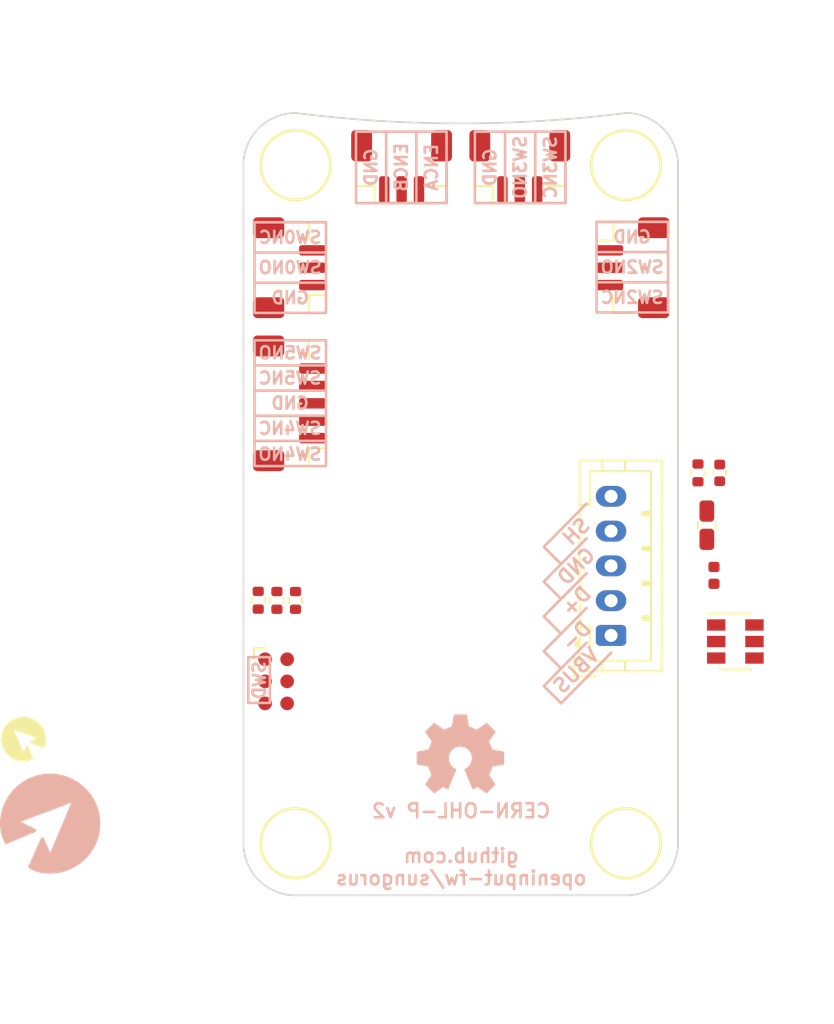
<source format=kicad_pcb>
(kicad_pcb (version 20211014) (generator pcbnew)
  (title_block (title "sungorus") (date "2021-11-25") (rev "r0.1") (company "openinput                                     https://github.com/openinput-fw/sungorus") (comment 2 "This source describes Open Hardware and is licensed under the CERN-OHL-Pv2") (comment 4 "Copyright (c) Rafael Silva"))
  (layers (0 "F.Cu" signal) (1 "In1.Cu" signal) (2 "In2.Cu" signal) (31 "B.Cu" signal) (34 "B.Paste" user) (35 "F.Paste" user) (36 "B.SilkS" user "B.Silkscreen") (37 "F.SilkS" user "F.Silkscreen") (38 "B.Mask" user) (39 "F.Mask" user) (44 "Edge.Cuts" user))
  (net 0 "")
  (net 1 "GND")
  (net 2 "+3V3")
  (net 3 "/USB_SH_")
  (net 4 "+5V")
  (net 5 "/VBUS_")
  (net 6 "/VBUS_F_")
  (net 7 "/_USB_D-")
  (net 8 "/_USB_D+")
  (net 9 "/NRST")
  (net 10 "/SWO")
  (net 11 "/SWCLK")
  (net 12 "/SWDIO")
  (net 13 "/M_SW_NO")
  (net 14 "/M_SW_NC")
  (net 15 "/ENC_A")
  (net 16 "/ENC_B")
  (net 17 "/S2_SW_NO")
  (net 18 "/S2_SW_NC")
  (net 19 "/S1_SW_NC")
  (net 20 "/S1_SW_NO")
  (net 21 "/L_SW_NC")
  (net 22 "/L_SW_NO")
  (net 23 "/R_SW_NC")
  (net 24 "/R_SW_NO")
  (net 25 "/USB_D-")
  (net 26 "/USB_D+")
  (footprint "Connector_JST:JST_SH_BM03B-SRSS-TB_1x03-1MP_P1.00mm_Vertical" (layer "F.Cu") (at 115.9 33.085)
    (fp_text reference "J7" hide)
    (fp_text value "MSW" hide)
    (fp_line (start -1.44 -2.01) (end 1.44 -2.01) (layer "F.SilkS") (width 0.12))
    (fp_line (start -2.61 1.11) (end -1.56 1.11) (layer "F.SilkS") (width 0.12))
    (fp_line (start -2.61 -0.04) (end -2.61 1.11) (layer "F.SilkS") (width 0.12))
    (fp_line (start -1.56 1.11) (end -1.56 2.1) (layer "F.SilkS") (width 0.12))
    (fp_line (start 2.61 -0.04) (end 2.61 1.11) (layer "F.SilkS") (width 0.12))
    (fp_line (start 2.61 1.11) (end 1.56 1.11) (layer "F.SilkS") (width 0.12))
    (pad "1" smd roundrect locked (at -1 1.325) (size 0.6 1.55) (layers "F.Cu" "F.Paste" "F.Mask") (net 1 "GND"))
    (pad "2" smd roundrect locked (at 0 1.325) (size 0.6 1.55) (layers "F.Cu" "F.Paste" "F.Mask") (net 13 "/M_SW_NO"))
    (pad "3" smd roundrect locked (at 1 1.325) (size 0.6 1.55) (layers "F.Cu" "F.Paste" "F.Mask") (net 14 "/M_SW_NC"))
    (pad "MP" smd roundrect locked (at -2.3 -1.2) (size 1.2 1.8) (layers "F.Cu" "F.Paste" "F.Mask") (roundrect_rratio 0.2083333333))
    (pad "MP" smd roundrect locked (at 2.3 -1.2) (size 1.2 1.8) (layers "F.Cu" "F.Paste" "F.Mask") (roundrect_rratio 0.2083333333))
  )
  (footprint "Connector_JST:JST_SH_BM03B-SRSS-TB_1x03-1MP_P1.00mm_Vertical" (layer "F.Cu") (at 102.65 38.9 90)
    (fp_text reference "J5" hide)
    (fp_text value "LSW" hide)
    (fp_line (start 2.61 -0.04) (end 2.61 1.11) (layer "F.SilkS") (width 0.12))
    (fp_line (start 2.61 1.11) (end 1.56 1.11) (layer "F.SilkS") (width 0.12))
    (fp_line (start -1.56 1.11) (end -1.56 2.1) (layer "F.SilkS") (width 0.12))
    (fp_line (start -2.61 -0.04) (end -2.61 1.11) (layer "F.SilkS") (width 0.12))
    (fp_line (start -1.44 -2.01) (end 1.44 -2.01) (layer "F.SilkS") (width 0.12))
    (fp_line (start -2.61 1.11) (end -1.56 1.11) (layer "F.SilkS") (width 0.12))
    (pad "1" smd roundrect locked (at -1 1.325 90) (size 0.6 1.55) (layers "F.Cu" "F.Paste" "F.Mask") (net 1 "GND"))
    (pad "2" smd roundrect locked (at 0 1.325 90) (size 0.6 1.55) (layers "F.Cu" "F.Paste" "F.Mask") (net 22 "/L_SW_NO"))
    (pad "3" smd roundrect locked (at 1 1.325 90) (size 0.6 1.55) (layers "F.Cu" "F.Paste" "F.Mask") (net 21 "/L_SW_NC"))
    (pad "MP" smd roundrect locked (at -2.3 -1.2 90) (size 1.2 1.8) (layers "F.Cu" "F.Paste" "F.Mask") (roundrect_rratio 0.2083333333))
    (pad "MP" smd roundrect locked (at 2.3 -1.2 90) (size 1.2 1.8) (layers "F.Cu" "F.Paste" "F.Mask") (roundrect_rratio 0.2083333333))
  )
  (footprint "Connector_JST:JST_SH_BM05B-SRSS-TB_1x05-1MP_P1.00mm_Vertical" (layer "F.Cu") (at 102.65 46.7 90)
    (fp_text reference "J4" hide)
    (fp_text value "Side" hide)
    (fp_line (start -3.61 -0.04) (end -3.61 1.11) (layer "F.SilkS") (width 0.12))
    (fp_line (start 3.61 1.11) (end 2.56 1.11) (layer "F.SilkS") (width 0.12))
    (fp_line (start -2.44 -2.01) (end 2.44 -2.01) (layer "F.SilkS") (width 0.12))
    (fp_line (start -3.61 1.11) (end -2.56 1.11) (layer "F.SilkS") (width 0.12))
    (fp_line (start -2.56 1.11) (end -2.56 2.1) (layer "F.SilkS") (width 0.12))
    (fp_line (start 3.61 -0.04) (end 3.61 1.11) (layer "F.SilkS") (width 0.12))
    (pad "1" smd roundrect locked (at -2 1.325 90) (size 0.6 1.55) (layers "F.Cu" "F.Paste" "F.Mask") (net 20 "/S1_SW_NO"))
    (pad "2" smd roundrect locked (at -1 1.325 90) (size 0.6 1.55) (layers "F.Cu" "F.Paste" "F.Mask") (net 19 "/S1_SW_NC"))
    (pad "3" smd roundrect locked (at 0 1.325 90) (size 0.6 1.55) (layers "F.Cu" "F.Paste" "F.Mask") (net 1 "GND"))
    (pad "4" smd roundrect locked (at 1 1.325 90) (size 0.6 1.55) (layers "F.Cu" "F.Paste" "F.Mask") (net 18 "/S2_SW_NC"))
    (pad "5" smd roundrect locked (at 2 1.325 90) (size 0.6 1.55) (layers "F.Cu" "F.Paste" "F.Mask") (net 17 "/S2_SW_NO"))
    (pad "MP" smd roundrect locked (at 3.3 -1.2 90) (size 1.2 1.8) (layers "F.Cu" "F.Paste" "F.Mask") (roundrect_rratio 0.2083333333))
    (pad "MP" smd roundrect locked (at -3.3 -1.2 90) (size 1.2 1.8) (layers "F.Cu" "F.Paste" "F.Mask") (roundrect_rratio 0.2083333333))
  )
  (footprint "Connector_JST:JST_PH_B5B-PH-K_1x05_P2.00mm_Vertical" (layer "F.Cu") (at 121.15 60.05 90)
    (fp_text reference "J1" hide)
    (fp_text value "USB" hide)
    (fp_line (start -0.3 -1.91) (end -0.6 -1.91) (layer "F.SilkS") (width 0.12))
    (fp_line (start -1.11 -2.11) (end -2.36 -2.11) (layer "F.SilkS") (width 0.12))
    (fp_line (start 7.1 1.8) (end 7.1 2.3) (layer "F.SilkS") (width 0.12))
    (fp_line (start -0.3 -2.01) (end -0.6 -2.01) (layer "F.SilkS") (width 0.12))
    (fp_line (start 3 2.3) (end 3 1.8) (layer "F.SilkS") (width 0.12))
    (fp_line (start 10.06 2.91) (end 10.06 -1.81) (layer "F.SilkS") (width 0.12))
    (fp_line (start 0.9 1.8) (end 1.1 1.8) (layer "F.SilkS") (width 0.12))
    (fp_line (start 10.06 -0.5) (end 9.45 -0.5) (layer "F.SilkS") (width 0.12))
    (fp_line (start 0.9 2.3) (end 0.9 1.8) (layer "F.SilkS") (width 0.12))
    (fp_line (start 7 2.3) (end 7 1.8) (layer "F.SilkS") (width 0.12))
    (fp_line (start 4.9 2.3) (end 4.9 1.8) (layer "F.SilkS") (width 0.12))
    (fp_line (start 6.9 2.3) (end 6.9 1.8) (layer "F.SilkS") (width 0.12))
    (fp_line (start -2.36 -2.11) (end -2.36 -0.86) (layer "F.SilkS") (width 0.12))
    (fp_line (start -1.45 -1.2) (end -1.45 2.3) (layer "F.SilkS") (width 0.12))
    (fp_line (start -2.06 0.8) (end -1.45 0.8) (layer "F.SilkS") (width 0.12))
    (fp_line (start 1.1 1.8) (end 1.1 2.3) (layer "F.SilkS") (width 0.12))
    (fp_line (start 0.5 -1.2) (end -1.45 -1.2) (layer "F.SilkS") (width 0.12))
    (fp_line (start 2.9 2.3) (end 2.9 1.8) (layer "F.SilkS") (width 0.12))
    (fp_line (start 4.9 1.8) (end 5.1 1.8) (layer "F.SilkS") (width 0.12))
    (fp_line (start 2.9 1.8) (end 3.1 1.8) (layer "F.SilkS") (width 0.12))
    (fp_line (start -0.6 -2.01) (end -0.6 -1.81) (layer "F.SilkS") (width 0.12))
    (fp_line (start 9.45 -1.2) (end 7.5 -1.2) (layer "F.SilkS") (width 0.12))
    (fp_line (start -0.3 -1.81) (end -0.3 -2.01) (layer "F.SilkS") (width 0.12))
    (fp_line (start -2.06 -1.81) (end -2.06 2.91) (layer "F.SilkS") (width 0.12))
    (fp_line (start -2.06 -0.5) (end -1.45 -0.5) (layer "F.SilkS") (width 0.12))
    (fp_line (start 3.1 1.8) (end 3.1 2.3) (layer "F.SilkS") (width 0.12))
    (fp_line (start 6.9 1.8) (end 7.1 1.8) (layer "F.SilkS") (width 0.12))
    (fp_line (start -1.45 2.3) (end 9.45 2.3) (layer "F.SilkS") (width 0.12))
    (fp_line (start 7.5 -1.2) (end 7.5 -1.81) (layer "F.SilkS") (width 0.12))
    (fp_line (start 10.06 0.8) (end 9.45 0.8) (layer "F.SilkS") (width 0.12))
    (fp_line (start 1 2.3) (end 1 1.8) (layer "F.SilkS") (width 0.12))
    (fp_line (start 5 2.3) (end 5 1.8) (layer "F.SilkS") (width 0.12))
    (fp_line (start 5.1 1.8) (end 5.1 2.3) (layer "F.SilkS") (width 0.12))
    (fp_line (start 0.5 -1.81) (end 0.5 -1.2) (layer "F.SilkS") (width 0.12))
    (fp_line (start -2.06 2.91) (end 10.06 2.91) (layer "F.SilkS") (width 0.12))
    (fp_line (start 10.06 -1.81) (end -2.06 -1.81) (layer "F.SilkS") (width 0.12))
    (fp_line (start 9.45 2.3) (end 9.45 -1.2) (layer "F.SilkS") (width 0.12))
    (pad "1" thru_hole roundrect locked (at 0 0 90) (size 1.2 1.75) (drill 0.75) (layers *.Cu *.Mask) (roundrect_rratio 0.2083333333) (net 5 "/VBUS_"))
    (pad "2" thru_hole oval locked (at 2 0 90) (size 1.2 1.75) (drill 0.75) (layers *.Cu *.Mask) (net 7 "/_USB_D-"))
    (pad "3" thru_hole oval locked (at 4 0 90) (size 1.2 1.75) (drill 0.75) (layers *.Cu *.Mask) (net 8 "/_USB_D+"))
    (pad "4" thru_hole oval locked (at 6 0 90) (size 1.2 1.75) (drill 0.75) (layers *.Cu *.Mask) (net 1 "GND"))
    (pad "5" thru_hole oval locked (at 8 0 90) (size 1.2 1.75) (drill 0.75) (layers *.Cu *.Mask) (net 3 "/USB_SH_"))
  )
  (footprint "Resistor_SMD:R_0402_1005Metric" (layer "F.Cu") (at 100.85 58.025 90)
    (fp_text reference "R7" hide)
    (fp_text value "100k" hide)
    (fp_line (start -0.153641 0.38) (end 0.153641 0.38) (layer "F.SilkS") (width 0.12))
    (fp_line (start -0.153641 -0.38) (end 0.153641 -0.38) (layer "F.SilkS") (width 0.12))
    (pad "1" smd roundrect locked (at -0.51 0 90) (size 0.54 0.64) (layers "F.Cu" "F.Paste" "F.Mask") (net 9 "/NRST"))
    (pad "2" smd roundrect locked (at 0.51 0 90) (size 0.54 0.64) (layers "F.Cu" "F.Paste" "F.Mask") (net 2 "+3V3"))
  )
  (footprint "mounting:MountingHole_1.6mm_M1.4" (layer "F.Cu") (at 122 72)
    (fp_text reference "REF**" hide)
    (fp_text value "MountingHole_1.6mm_M1.4" hide)
    (pad "" np_thru_hole circle locked (at 0 0) (size 1.6 1.6) (drill 1.6) (layers F&B.Cu *.Mask))
  )
  (footprint "Inductor_SMD:L_0402_1005Metric" (layer "F.Cu") (at 127.07 56.594999 -90)
    (fp_text reference "FB2" hide)
    (fp_text value "~" hide)
    (pad "1" smd roundrect locked (at -0.485 0 270) (size 0.59 0.64) (layers "F.Cu" "F.Paste" "F.Mask") (net 6 "/VBUS_F_"))
    (pad "2" smd roundrect locked (at 0.485 0 270) (size 0.59 0.64) (layers "F.Cu" "F.Paste" "F.Mask") (net 4 "+5V"))
  )
  (footprint "Connector_JST:JST_SH_BM03B-SRSS-TB_1x03-1MP_P1.00mm_Vertical" (layer "F.Cu") (at 109.1 33.085)
    (fp_text reference "J3" hide)
    (fp_text value "Enc" hide)
    (fp_line (start -1.44 -2.01) (end 1.44 -2.01) (layer "F.SilkS") (width 0.12))
    (fp_line (start -2.61 -0.04) (end -2.61 1.11) (layer "F.SilkS") (width 0.12))
    (fp_line (start -2.61 1.11) (end -1.56 1.11) (layer "F.SilkS") (width 0.12))
    (fp_line (start 2.61 1.11) (end 1.56 1.11) (layer "F.SilkS") (width 0.12))
    (fp_line (start 2.61 -0.04) (end 2.61 1.11) (layer "F.SilkS") (width 0.12))
    (fp_line (start -1.56 1.11) (end -1.56 2.1) (layer "F.SilkS") (width 0.12))
    (pad "1" smd roundrect locked (at -1 1.325) (size 0.6 1.55) (layers "F.Cu" "F.Paste" "F.Mask") (net 1 "GND"))
    (pad "2" smd roundrect locked (at 0 1.325) (size 0.6 1.55) (layers "F.Cu" "F.Paste" "F.Mask") (net 16 "/ENC_B"))
    (pad "3" smd roundrect locked (at 1 1.325) (size 0.6 1.55) (layers "F.Cu" "F.Paste" "F.Mask") (net 15 "/ENC_A"))
    (pad "MP" smd roundrect locked (at -2.3 -1.2) (size 1.2 1.8) (layers "F.Cu" "F.Paste" "F.Mask") (roundrect_rratio 0.2083333333))
    (pad "MP" smd roundrect locked (at 2.3 -1.2) (size 1.2 1.8) (layers "F.Cu" "F.Paste" "F.Mask") (roundrect_rratio 0.2083333333))
  )
  (footprint "Connector:Tag-Connect_TC2030-IDC-NL_2x03_P1.27mm_Vertical" (layer "F.Cu") (at 101.88 62.69 -90)
    (fp_text reference "J2" hide)
    (fp_text value "SWD" hide)
    (fp_line (start -1.27 1.27) (end -1.905 1.27) (layer "F.SilkS") (width 0.12))
    (fp_line (start -1.905 1.27) (end -1.905 0.635) (layer "F.SilkS") (width 0.12))
    (pad "" np_thru_hole circle locked (at 2.54 1.016 270) (size 0.9906 0.9906) (drill 0.9906) (layers *.Cu *.Mask))
    (pad "" np_thru_hole circle locked (at 2.54 -1.016 270) (size 0.9906 0.9906) (drill 0.9906) (layers *.Cu *.Mask))
    (pad "" np_thru_hole circle locked (at -2.54 0 270) (size 0.9906 0.9906) (drill 0.9906) (layers *.Cu *.Mask))
    (pad "1" connect circle locked (at -1.27 0.635 270) (size 0.7874 0.7874) (layers "F.Cu" "F.Mask") (net 2 "+3V3"))
    (pad "2" connect circle locked (at -1.27 -0.635 270) (size 0.7874 0.7874) (layers "F.Cu" "F.Mask") (net 12 "/SWDIO"))
    (pad "3" connect circle locked (at 0 0.635 270) (size 0.7874 0.7874) (layers "F.Cu" "F.Mask") (net 1 "GND"))
    (pad "4" connect circle locked (at 0 -0.635 270) (size 0.7874 0.7874) (layers "F.Cu" "F.Mask") (net 11 "/SWCLK"))
    (pad "5" connect circle locked (at 1.27 0.635 270) (size 0.7874 0.7874) (layers "F.Cu" "F.Mask") (net 9 "/NRST"))
    (pad "6" connect circle locked (at 1.27 -0.635 270) (size 0.7874 0.7874) (layers "F.Cu" "F.Mask") (net 10 "/SWO"))
  )
  (footprint "Resistor_SMD:R_0402_1005Metric" (layer "F.Cu") (at 101.925 58.035 90)
    (fp_text reference "R5" hide)
    (fp_text value "100k" hide)
    (fp_line (start -0.153641 0.38) (end 0.153641 0.38) (layer "F.SilkS") (width 0.12))
    (fp_line (start -0.153641 -0.38) (end 0.153641 -0.38) (layer "F.SilkS") (width 0.12))
    (pad "1" smd roundrect locked (at -0.51 0 90) (size 0.54 0.64) (layers "F.Cu" "F.Paste" "F.Mask") (net 12 "/SWDIO"))
    (pad "2" smd roundrect locked (at 0.51 0 90) (size 0.54 0.64) (layers "F.Cu" "F.Paste" "F.Mask") (net 2 "+3V3"))
  )
  (footprint "Package_TO_SOT_SMD:SOT-23-6" (layer "F.Cu") (at 128.3 60.4)
    (fp_text reference "U1" hide)
    (fp_text value "USBLC6-2SC6" hide)
    (fp_line (start 0.9 -1.61) (end -1.55 -1.61) (layer "F.SilkS") (width 0.12))
    (fp_line (start -0.9 1.61) (end 0.9 1.61) (layer "F.SilkS") (width 0.12))
    (pad "1" smd rect locked (at -1.1 -0.95) (size 1.06 0.65) (layers "F.Cu" "F.Paste" "F.Mask") (net 25 "/USB_D-"))
    (pad "2" smd rect locked (at -1.1 0) (size 1.06 0.65) (layers "F.Cu" "F.Paste" "F.Mask") (net 1 "GND"))
    (pad "3" smd rect locked (at -1.1 0.95) (size 1.06 0.65) (layers "F.Cu" "F.Paste" "F.Mask") (net 26 "/USB_D+"))
    (pad "4" smd rect locked (at 1.1 0.95) (size 1.06 0.65) (layers "F.Cu" "F.Paste" "F.Mask") (net 8 "/_USB_D+"))
    (pad "5" smd rect locked (at 1.1 0) (size 1.06 0.65) (layers "F.Cu" "F.Paste" "F.Mask") (net 5 "/VBUS_"))
    (pad "6" smd rect locked (at 1.1 -0.95) (size 1.06 0.65) (layers "F.Cu" "F.Paste" "F.Mask") (net 7 "/_USB_D-"))
  )
  (footprint "Fuse:Fuse_0603_1608Metric_Castellated" (layer "F.Cu") (at 126.66 53.709999 90)
    (fp_text reference "F1" hide)
    (fp_text value "500mA" hide)
    (fp_line (start -0.188335 -0.51) (end 0.188335 -0.51) (layer "F.SilkS") (width 0.12))
    (fp_line (start -0.188335 0.51) (end 0.188335 0.51) (layer "F.SilkS") (width 0.12))
    (pad "1" smd roundrect locked (at -0.8125 0 90) (size 1.225 0.85) (layers "F.Cu" "F.Paste" "F.Mask") (net 6 "/VBUS_F_"))
    (pad "2" smd roundrect locked (at 0.8125 0 90) (size 1.225 0.85) (layers "F.Cu" "F.Paste" "F.Mask") (net 5 "/VBUS_"))
  )
  (footprint "mounting:MountingHole_1.6mm_M1.4" (layer "F.Cu") (at 103 33)
    (fp_text reference "REF**" hide)
    (fp_text value "MountingHole_1.6mm_M1.4" hide)
    (pad "" np_thru_hole circle locked (at 0 0) (size 1.6 1.6) (drill 1.6) (layers F&B.Cu *.Mask))
  )
  (footprint "Connector_JST:JST_SH_BM03B-SRSS-TB_1x03-1MP_P1.00mm_Vertical" (layer "F.Cu") (at 122.4 38.9 -90)
    (fp_text reference "J6" hide)
    (fp_text value "RSW" hide)
    (fp_line (start -1.44 -2.01) (end 1.44 -2.01) (layer "F.SilkS") (width 0.12))
    (fp_line (start -2.61 1.11) (end -1.56 1.11) (layer "F.SilkS") (width 0.12))
    (fp_line (start 2.61 1.11) (end 1.56 1.11) (layer "F.SilkS") (width 0.12))
    (fp_line (start -1.56 1.11) (end -1.56 2.1) (layer "F.SilkS") (width 0.12))
    (fp_line (start 2.61 -0.04) (end 2.61 1.11) (layer "F.SilkS") (width 0.12))
    (fp_line (start -2.61 -0.04) (end -2.61 1.11) (layer "F.SilkS") (width 0.12))
    (pad "1" smd roundrect locked (at -1 1.325 270) (size 0.6 1.55) (layers "F.Cu" "F.Paste" "F.Mask") (net 1 "GND"))
    (pad "2" smd roundrect locked (at 0 1.325 270) (size 0.6 1.55) (layers "F.Cu" "F.Paste" "F.Mask") (net 24 "/R_SW_NO"))
    (pad "3" smd roundrect locked (at 1 1.325 270) (size 0.6 1.55) (layers "F.Cu" "F.Paste" "F.Mask") (net 23 "/R_SW_NC"))
    (pad "MP" smd roundrect locked (at 2.3 -1.2 270) (size 1.2 1.8) (layers "F.Cu" "F.Paste" "F.Mask") (roundrect_rratio 0.2083333333))
    (pad "MP" smd roundrect locked (at -2.3 -1.2 270) (size 1.2 1.8) (layers "F.Cu" "F.Paste" "F.Mask") (roundrect_rratio 0.2083333333))
  )
  (footprint "Resistor_SMD:R_0402_1005Metric" (layer "F.Cu") (at 126.150001 50.699999 -90)
    (fp_text reference "R1" hide)
    (fp_text value "100k" hide)
    (fp_line (start -0.153641 -0.38) (end 0.153641 -0.38) (layer "F.SilkS") (width 0.12))
    (fp_line (start -0.153641 0.38) (end 0.153641 0.38) (layer "F.SilkS") (width 0.12))
    (pad "1" smd roundrect locked (at -0.51 0 270) (size 0.54 0.64) (layers "F.Cu" "F.Paste" "F.Mask") (net 3 "/USB_SH_"))
    (pad "2" smd roundrect locked (at 0.51 0 270) (size 0.54 0.64) (layers "F.Cu" "F.Paste" "F.Mask") (net 1 "GND"))
  )
  (footprint "Resistor_SMD:R_0402_1005Metric" (layer "F.Cu") (at 102.995 58.035 90)
    (fp_text reference "R6" hide)
    (fp_text value "100k" hide)
    (fp_line (start -0.153641 -0.38) (end 0.153641 -0.38) (layer "F.SilkS") (width 0.12))
    (fp_line (start -0.153641 0.38) (end 0.153641 0.38) (layer "F.SilkS") (width 0.12))
    (pad "1" smd roundrect locked (at -0.51 0 90) (size 0.54 0.64) (layers "F.Cu" "F.Paste" "F.Mask") (net 11 "/SWCLK"))
    (pad "2" smd roundrect locked (at 0.51 0 90) (size 0.54 0.64) (layers "F.Cu" "F.Paste" "F.Mask") (net 2 "+3V3"))
  )
  (footprint "mounting:MountingHole_1.6mm_M1.4" (layer "F.Cu") (at 122 33)
    (fp_text reference "REF**" hide)
    (fp_text value "MountingHole_1.6mm_M1.4" hide)
    (pad "" np_thru_hole circle locked (at 0 0) (size 1.6 1.6) (drill 1.6) (layers F&B.Cu *.Mask))
  )
  (footprint "Capacitor_SMD:C_0402_1005Metric" (layer "F.Cu") (at 127.4 50.7 -90)
    (fp_text reference "C10" hide)
    (fp_text value "100nF" hide)
    (fp_line (start -0.107836 0.36) (end 0.107836 0.36) (layer "F.SilkS") (width 0.12))
    (fp_line (start -0.107836 -0.36) (end 0.107836 -0.36) (layer "F.SilkS") (width 0.12))
    (pad "1" smd roundrect locked (at -0.48 0 270) (size 0.56 0.62) (layers "F.Cu" "F.Paste" "F.Mask") (net 3 "/USB_SH_"))
    (pad "2" smd roundrect locked (at 0.48 0 270) (size 0.56 0.62) (layers "F.Cu" "F.Paste" "F.Mask") (net 1 "GND"))
  )
  (footprint "mounting:MountingHole_1.6mm_M1.4" (layer "F.Cu") (at 103 72)
    (fp_text reference "REF**" hide)
    (fp_text value "MountingHole_1.6mm_M1.4" hide)
    (pad "" np_thru_hole circle locked (at 0 0) (size 1.6 1.6) (drill 1.6) (layers F&B.Cu *.Mask))
  )
  (gr_line locked (start 117.27859 62.956765) (end 119.743108 60.466459) (layer "B.SilkS") (width 0.15))
  (gr_poly locked (pts (xy 118.525 35.185) (xy 118.525 31.075) (xy 113.314999 31.075) (xy 113.315 35.185)) (layer "B.SilkS") (width 0.15) (fill none))
  (gr_line locked (start 104.75 36.2886) (end 100.64 36.2886) (layer "B.SilkS") (width 0.15))
  (gr_line locked (start 117.27859 56.956765) (end 118.275 57.95) (layer "B.SilkS") (width 0.15))
  (gr_line locked (start 116.788333 35.185) (end 116.788333 31.075) (layer "B.SilkS") (width 0.15))
  (gr_poly locked (pts (xy 124.425 36.265) (xy 120.315 36.265) (xy 120.315 41.475) (xy 124.425 41.475)) (layer "B.SilkS") (width 0.15) (fill none))
  (gr_line locked (start 104.75 45.9682) (end 100.64 45.9682) (layer "B.SilkS") (width 0.15))
  (gr_line locked (start 124.425 39.738334) (end 120.315 39.738334) (layer "B.SilkS") (width 0.15))
  (gr_line locked (start 104.75 47.4148) (end 100.64 47.4148) (layer "B.SilkS") (width 0.15))
  (gr_line locked (start 117.27859 58.956765) (end 119.743108 56.466459) (layer "B.SilkS") (width 0.15))
  (gr_line locked (start 104.75 48.8614) (end 100.64 48.8614) (layer "B.SilkS") (width 0.15))
  (gr_line locked (start 104.75 39.761934) (end 100.64 39.761934) (layer "B.SilkS") (width 0.15))
  (gr_poly (pts (xy 87.992264 71.268046) (xy 87.378935 70.963312) (xy 87.181917 70.864824) (xy 86.959778 70.751599) (xy 90.264981 69.513308) (xy 89.746393 70.739128) (xy 89.29649 71.809074) (xy 88.895809 72.772753) (xy 88.82466 72.625359) (xy 88.761324 72.491073) (xy 88.650269 72.246837) (xy 88.546998 72.010076) (xy 88.435863 71.750823) (xy 87.716724 73.364802) (xy 87.791887 73.408376) (xy 87.870383 73.448636) (xy 88.036602 73.519022) (xy 88.213836 73.575575) (xy 88.40054 73.617906) (xy 88.595172 73.645629) (xy 88.796186 73.658357) (xy 89.002038 73.655704) (xy 89.211185 73.637281) (xy 89.422083 73.602702) (xy 89.633187 73.551581) (xy 89.842954 73.483529) (xy 89.946853 73.443034) (xy 90.049838 73.398161) (xy 90.151718 73.348862) (xy 90.252297 73.295088) (xy 90.351385 73.236792) (xy 90.448787 73.173925) (xy 90.54431 73.106438) (xy 90.637762 73.034284) (xy 90.728949 72.957413) (xy 90.817679 72.875778) (xy 90.918126 72.774276) (xy 91.012341 72.668993) (xy 91.100313 72.560171) (xy 91.182035 72.448053) (xy 91.257497 72.33288) (xy 91.32669 72.214895) (xy 91.389604 72.09434) (xy 91.446232 71.971456) (xy 91.496564 71.846487) (xy 91.54059 71.719673) (xy 91.578302 71.591258) (xy 91.60969 71.461483) (xy 91.634746 71.330591) (xy 91.653461 71.198824) (xy 91.665825 71.066423) (xy 91.671829 70.933631) (xy 91.671465 70.80069) (xy 91.664723 70.667843) (xy 91.651594 70.53533) (xy 91.632069 70.403396) (xy 91.606139 70.27228) (xy 91.573795 70.142226) (xy 91.535028 70.013477) (xy 91.489829 69.886273) (xy 91.438189 69.760857) (xy 91.380098 69.637471) (xy 91.315548 69.516358) (xy 91.24453 69.397759) (xy 91.167034 69.281916) (xy 91.083051 69.169073) (xy 90.992573 69.05947) (xy 90.89559 68.95335) (xy 90.793362 68.852192) (xy 90.68732 68.757317) (xy 90.577711 68.66873) (xy 90.464784 68.586439) (xy 90.348785 68.510448) (xy 90.229962 68.440763) (xy 90.108562 68.37739) (xy 89.984833 68.320335) (xy 89.859021 68.269603) (xy 89.731374 68.2252) (xy 89.602139 68.187133) (xy 89.471564 68.155406) (xy 89.339896 68.130026) (xy 89.207382 68.110998) (xy 89.074269 68.098329) (xy 88.940806 68.092023) (xy 88.807239 68.092087) (xy 88.673815 68.098526) (xy 88.540782 68.111347) (xy 88.408387 68.130554) (xy 88.276877 68.156154) (xy 88.146501 68.188153) (xy 88.017504 68.226556) (xy 87.890135 68.271369) (xy 87.76464 68.322597) (xy 87.641268 68.380248) (xy 87.520264 68.444325) (xy 87.401878 68.514836) (xy 87.286355 68.591786) (xy 87.173944 68.67518) (xy 87.064891 68.765025) (xy 86.959444 68.861326) (xy 86.873049 68.947966) (xy 86.791427 69.037084) (xy 86.714536 69.128497) (xy 86.642334 69.22202) (xy 86.574778 69.31747) (xy 86.511825 69.414663) (xy 86.453433 69.513415) (xy 86.39956 69.613542) (xy 86.305199 69.817187) (xy 86.228402 70.024126) (xy 86.16883 70.232888) (xy 86.126142 70.442003) (xy 86.1 70.65) (xy 86.090062 70.855407) (xy 86.09599 71.056755) (xy 86.117443 71.252571) (xy 86.154082 71.441385) (xy 86.205566 71.621727) (xy 86.271557 71.792124) (xy 86.351713 71.951107) (xy 87.992264 71.268046)) (layer "B.SilkS") (width 0.189776) (fill solid))
  (gr_line locked (start 115.051666 35.185) (end 115.051666 31.075) (layer "B.SilkS") (width 0.15))
  (gr_poly locked (pts (xy 111.685 35.185) (xy 111.685 31.075) (xy 106.475 31.075) (xy 106.475 35.185)) (layer "B.SilkS") (width 0.15) (fill none))
  (gr_poly locked (pts (xy 112.793552 64.625371) (xy 112.794964 64.625406) (xy 112.796371 64.625511) (xy 112.797772 64.625683) (xy 112.799164 64.625921) (xy 112.800545 64.626224) (xy 112.801913 64.626588) (xy 112.803266 64.627014) (xy 112.804602 64.627499) (xy 112.805919 64.62804) (xy 112.807214 64.628638) (xy 112.809732 64.629993) (xy 112.81214 64.631549) (xy 112.814419 64.633293) (xy 112.816555 64.635212) (xy 112.818528 64.63729) (xy 112.820324 64.639515) (xy 112.821149 64.640679) (xy 112.821924 64.641873) (xy 112.822645 64.643098) (xy 112.823312 64.64435) (xy 112.823921 64.645629) (xy 112.824471 64.646932) (xy 112.82496 64.648258) (xy 112.825385 64.649605) (xy 112.825744 64.650972) (xy 112.826036 64.652356) (xy 112.943238 65.282209) (xy 112.943893 65.285005) (xy 112.944793 65.287809) (xy 112.945922 65.290604) (xy 112.947265 65.293371) (xy 112.948806 65.296092) (xy 112.950528 65.298749) (xy 112.952418 65.301324) (xy 112.954458 65.303799) (xy 112.956634 65.306155) (xy 112.95893 65.308375) (xy 112.96133 65.310439) (xy 112.963819 65.312331) (xy 112.96638 65.314031) (xy 112.968999 65.315523) (xy 112.97166 65.316786) (xy 112.974347 65.317804) (xy 113.396492 65.490641) (xy 113.399121 65.491796) (xy 113.401908 65.49276) (xy 113.404829 65.493536) (xy 113.407859 65.494126) (xy 113.410974 65.49453) (xy 113.414149 65.494751) (xy 113.417359 65.494791) (xy 113.42058 65.49465) (xy 113.423788 65.494331) (xy 113.426958 65.493835) (xy 113.430065 65.493164) (xy 113.433085 65.49232) (xy 113.435994 65.491303) (xy 113.438767 65.490117) (xy 113.441379 65.488762) (xy 113.443807 65.487241) (xy 113.969986 65.126157) (xy 113.971175 65.125385) (xy 113.972399 65.124673) (xy 113.973656 65.124021) (xy 113.974942 65.123429) (xy 113.976256 65.122896) (xy 113.977594 65.122423) (xy 113.980332 65.121652) (xy 113.983135 65.121115) (xy 113.985982 65.12081) (xy 113.988851 65.120735) (xy 113.99172 65.120887) (xy 113.994568 65.121265) (xy 113.997373 65.121867) (xy 114.000114 65.12269) (xy 114.002768 65.123734) (xy 114.005315 65.124995) (xy 114.006541 65.125706) (xy 114.007732 65.126471) (xy 114.008886 65.12729) (xy 114.009999 65.128162) (xy 114.011068 65.129086) (xy 114.012092 65.130064) (xy 114.455218 65.573189) (xy 114.456192 65.574216) (xy 114.457114 65.575288) (xy 114.457983 65.576403) (xy 114.4588 65.577558) (xy 114.459563 65.57875) (xy 114.460273 65.579977) (xy 114.46093 65.581235) (xy 114.461532 65.582523) (xy 114.462081 65.583837) (xy 114.462575 65.585175) (xy 114.463398 65.587911) (xy 114.464001 65.590711) (xy 114.464381 65.593553) (xy 114.464535 65.596415) (xy 114.464462 65.599276) (xy 114.464159 65.602115) (xy 114.463921 65.603519) (xy 114.463624 65.60491) (xy 114.463269 65.606284) (xy 114.462856 65.607639) (xy 114.462383 65.608973) (xy 114.461851 65.610282) (xy 114.461259 65.611565) (xy 114.460608 65.612817) (xy 114.459896 65.614037) (xy 114.459125 65.615223) (xy 114.104262 66.132359) (xy 114.10275 66.134803) (xy 114.101408 66.137426) (xy 114.100238 66.140202) (xy 114.099242 66.143109) (xy 114.098421 66.146122) (xy 114.097776 66.149218) (xy 114.09731 66.152372) (xy 114.097023 66.155561) (xy 114.096917 66.15876) (xy 114.096994 66.161947) (xy 114.097254 66.165097) (xy 114.0977 66.168186) (xy 114.098333 66.17119) (xy 114.099155 66.174086) (xy 114.100166 66.17685) (xy 114.101369 66.179457) (xy 114.288096 66.614913) (xy 114.288594 66.616253) (xy 114.289155 66.617588) (xy 114.290459 66.620238) (xy 114.291988 66.622849) (xy 114.293726 66.625404) (xy 114.295653 66.627888) (xy 114.297751 66.630285) (xy 114.300002 66.632578) (xy 114.302388 66.634752) (xy 114.30489 66.636791) (xy 114.30749 66.638679) (xy 114.31017 66.640401) (xy 114.312911 66.64194) (xy 114.315696 66.64328) (xy 114.318505 66.644406) (xy 114.319913 66.644883) (xy 114.321321 66.645301) (xy 114.322726 66.645658) (xy 114.324125 66.645951) (xy 114.932997 66.759173) (xy 114.934385 66.759471) (xy 114.935754 66.759836) (xy 114.937104 66.760266) (xy 114.938432 66.760758) (xy 114.939737 66.76131) (xy 114.941017 66.761922) (xy 114.942271 66.762589) (xy 114.943496 66.763311) (xy 114.944691 66.764086) (xy 114.945855 66.764911) (xy 114.946985 66.765784) (xy 114.94808 66.766704) (xy 114.949138 66.767668) (xy 114.950157 66.768673) (xy 114.951137 66.76972) (xy 114.952074 66.770804) (xy 114.952968 66.771924) (xy 114.953817 66.773078) (xy 114.954618 66.774264) (xy 114.955371 66.77548) (xy 114.956073 66.776724) (xy 114.956723 66.777993) (xy 114.95732 66.779287) (xy 114.95786 66.780602) (xy 114.958344 66.781936) (xy 114.958769 66.783289) (xy 114.959133 66.784657) (xy 114.959434 66.786038) (xy 114.959672 66.787431) (xy 114.959843 66.788833) (xy 114.959948 66.790243) (xy 114.959983 66.791657) (xy 114.959983 67.418399) (xy 114.959948 67.419815) (xy 114.959843 67.421226) (xy 114.959671 67.422631) (xy 114.959433 67.424027) (xy 114.95913 67.425412) (xy 114.958765 67.426784) (xy 114.95834 67.428142) (xy 114.957855 67.429482) (xy 114.956716 67.432103) (xy 114.955361 67.434629) (xy 114.953805 67.437044) (xy 114.95206 67.439331) (xy 114.950142 67.441472) (xy 114.948063 67.443451) (xy 114.945838 67.445251) (xy 114.944675 67.446078) (xy 114.94348 67.446853) (xy 114.942256 67.447575) (xy 114.941004 67.448242) (xy 114.939725 67.448851) (xy 114.938422 67.4494) (xy 114.937096 67.449887) (xy 114.935748 67.45031) (xy 114.934382 67.450667) (xy 114.932997 67.450955) (xy 114.339028 67.561429) (xy 114.337633 67.561716) (xy 114.336234 67.562068) (xy 114.333432 67.562958) (xy 114.330642 67.564083) (xy 114.327881 67.565427) (xy 114.325168 67.566974) (xy 114.322522 67.568707) (xy 114.31996 67.57061) (xy 114.3175 67.572667) (xy 114.315162 67.57486) (xy 114.312963 67.577175) (xy 114.310922 67.579594) (xy 114.309057 67.582101) (xy 114.307387 67.58468) (xy 114.305928 67.587314) (xy 114.304701 67.589987) (xy 114.30418 67.591333) (xy 114.303723 67.592683) (xy 114.118298 68.055921) (xy 114.117151 68.058556) (xy 114.116194 68.061347) (xy 114.115426 68.064269) (xy 114.114846 68.067299) (xy 114.114451 68.070412) (xy 114.11424 68.073584) (xy 114.11421 68.076791) (xy 114.114361 68.080009) (xy 114.11469 68.083214) (xy 114.115196 68.08638) (xy 114.115877 68.089485) (xy 114.116731 68.092504) (xy 114.117756 68.095413) (xy 114.118951 68.098187) (xy 114.120314 68.100803) (xy 114.121843 68.103236) (xy 114.459197 68.594906) (xy 114.459966 68.596092) (xy 114.460674 68.597313) (xy 114.461323 68.598566) (xy 114.461913 68.59985) (xy 114.462443 68.601161) (xy 114.462914 68.602497) (xy 114.463681 68.605231) (xy 114.464215 68.608031) (xy 114.464518 68.610876) (xy 114.464592 68.613743) (xy 114.464439 68.616612) (xy 114.464061 68.619461) (xy 114.463461 68.622267) (xy 114.46264 68.62501) (xy 114.461599 68.627667) (xy 114.460342 68.630218) (xy 114.459633 68.631446) (xy 114.45887 68.63264) (xy 114.458055 68.633796) (xy 114.457186 68.634912) (xy 114.456264 68.635985) (xy 114.45529 68.637012) (xy 114.012092 69.080138) (xy 114.011068 69.081108) (xy 114.009999 69.082027) (xy 114.008886 69.082893) (xy 114.007732 69.083706) (xy 114.006541 69.084466) (xy 114.005315 69.085173) (xy 114.004056 69.085826) (xy 114.002768 69.086426) (xy 114.001453 69.086972) (xy 114.000114 69.087463) (xy 113.997373 69.088282) (xy 113.994568 69.088882) (xy 113.99172 69.089259) (xy 113.988851 69.089412) (xy 113.985982 69.089339) (xy 113.983135 69.089038) (xy 113.981727 69.088802) (xy 113.980332 69.088508) (xy 113.978953 69.088155) (xy 113.977594 69.087745) (xy 113.976256 69.087276) (xy 113.974942 69.086748) (xy 113.973656 69.086161) (xy 113.972399 69.085515) (xy 113.971175 69.08481) (xy 113.969986 69.084045) (xy 113.48707 68.75255) (xy 113.484642 68.751045) (xy 113.482041 68.749725) (xy 113.47929 68.748589) (xy 113.476413 68.74764) (xy 113.473435 68.746877) (xy 113.470379 68.746301) (xy 113.467268 68.745912) (xy 113.464128 68.745712) (xy 113.46098 68.745701) (xy 113.45785 68.745879) (xy 113.454762 68.746247) (xy 113.451738 68.746806) (xy 113.448803 68.747556) (xy 113.44598 68.748497) (xy 113.443294 68.749632) (xy 113.440768 68.750959) (xy 113.227779 68.864688) (xy 113.226508 68.865297) (xy 113.225227 68.865832) (xy 113.223937 68.866293) (xy 113.22264 68.866683) (xy 113.221339 68.867001) (xy 113.220035 68.867248) (xy 113.218732 68.867426) (xy 113.217432 68.867535) (xy 113.216136 68.867577) (xy 113.214846 68.867551) (xy 113.213566 68.867458) (xy 113.212298 68.867301) (xy 113.211043 68.867079) (xy 113.209803 68.866793) (xy 113.208582 68.866445) (xy 113.207381 68.866034) (xy 113.206203 68.865562) (xy 113.20505 68.865031) (xy 113.203923 68.864439) (xy 113.202826 68.86379) (xy 113.201761 68.863082) (xy 113.200729 68.862318) (xy 113.199733 68.861498) (xy 113.198776 68.860622) (xy 113.197859 68.859693) (xy 113.196984 68.85871) (xy 113.196155 68.857674) (xy 113.195373 68.856587) (xy 113.194641 68.855449) (xy 113.19396 68.854261) (xy 113.193333 68.853024) (xy 113.192763 68.851739) (xy 112.753544 67.790625) (xy 112.753033 67.789305) (xy 112.752589 67.787964) (xy 112.752213 67.786606) (xy 112.751902 67.785232) (xy 112.751656 67.783846) (xy 112.751475 67.78245) (xy 112.751301 67.779637) (xy 112.751374 67.776814) (xy 112.751687 67.774001) (xy 112.752233 67.771219) (xy 112.753004 67.768487) (xy 112.753995 67.765827) (xy 112.755198 67.763258) (xy 112.756607 67.760802) (xy 112.758215 67.758477) (xy 112.760014 67.756305) (xy 112.760983 67.755282) (xy 112.761998 67.754305) (xy 112.763057 67.753377) (xy 112.76416 67.752499) (xy 112.765306 67.751675) (xy 112.766494 67.750906) (xy 112.819741 67.718278) (xy 112.823589 67.715834) (xy 112.827692 67.713044) (xy 112.831975 67.709969) (xy 112.836362 67.70667) (xy 112.840779 67.703207) (xy 112.845151 67.699642) (xy 112.849401 67.696036) (xy 112.853455 67.69245) (xy 112.888736 67.668298) (xy 112.922409 67.642075) (xy 112.954383 67.613874) (xy 112.984564 67.583785) (xy 113.012861 67.5519) (xy 113.039181 67.51831) (xy 113.063432 67.483105) (xy 113.085522 67.446378) (xy 113.105359 67.408219) (xy 113.114404 67.388631) (xy 113.12285 67.36872) (xy 113.130687 67.348496) (xy 113.137904 67.327971) (xy 113.144487 67.307157) (xy 113.150427 67.286064) (xy 113.155711 67.264705) (xy 113.160328 67.243091) (xy 113.164266 67.221233) (xy 113.167514 67.199142) (xy 113.17006 67.17683) (xy 113.171893 67.154308) (xy 113.173002 67.131589) (xy 113.173374 67.108682) (xy 113.172472 67.073014) (xy 113.169794 67.037814) (xy 113.165386 67.003126) (xy 113.159289 66.968993) (xy 113.151548 66.935459) (xy 113.142206 66.902567) (xy 113.131306 66.87036) (xy 113.118894 66.838884) (xy 113.105011 66.80818) (xy 113.089701 66.778292) (xy 113.073009 66.749265) (xy 113.054978 66.721141) (xy 113.03565 66.693965) (xy 113.015071 66.667779) (xy 112.993283 66.642628) (xy 112.97033 66.618555) (xy 112.946256 66.595603) (xy 112.921104 66.573816) (xy 112.894918 66.553238) (xy 112.867741 66.533911) (xy 112.839617 66.515881) (xy 112.81059 66.49919) (xy 112.780703 66.483882) (xy 112.75 66.47) (xy 112.718524 66.457588) (xy 112.686318 66.44669) (xy 112.653428 66.437349) (xy 112.619895 66.429609) (xy 112.585764 66.423512) (xy 112.551078 66.419104) (xy 112.515882 66.416427) (xy 112.480217 66.415525) (xy 112.444553 66.416427) (xy 112.409357 66.419104) (xy 112.374674 66.423512) (xy 112.340545 66.429609) (xy 112.307016 66.437349) (xy 112.274129 66.44669) (xy 112.241928 66.457588) (xy 112.210457 66.47) (xy 112.179759 66.483882) (xy 112.149877 66.49919) (xy 112.120856 66.515881) (xy 112.092739 66.533911) (xy 112.065568 66.553238) (xy 112.039389 66.573816) (xy 112.014243 66.595603) (xy 111.990176 66.618555) (xy 111.96723 66.642628) (xy 111.945449 66.667779) (xy 111.924876 66.693965) (xy 111.905555 66.721141) (xy 111.88753 66.749265) (xy 111.870844 66.778292) (xy 111.85554 66.80818) (xy 111.841662 66.838884) (xy 111.829255 66.87036) (xy 111.81836 66.902567) (xy 111.809022 66.935459) (xy 111.801284 66.968993) (xy 111.79519 67.003126) (xy 111.790783 67.037814) (xy 111.788107 67.073014) (xy 111.787205 67.108682) (xy 111.788684 67.154308) (xy 111.79306 67.199142) (xy 111.800241 67.243091) (xy 111.810135 67.286064) (xy 111.822651 67.327971) (xy 111.837696 67.36872) (xy 111.855178 67.408219) (xy 111.875006 67.446378) (xy 111.897088 67.483105) (xy 111.921332 67.51831) (xy 111.947646 67.5519) (xy 111.975938 67.583785) (xy 112.006117 67.613874) (xy 112.03809 67.642075) (xy 112.071765 67.668298) (xy 112.107051 67.69245) (xy 112.111083 67.696036) (xy 112.115319 67.699642) (xy 112.119681 67.703207) (xy 112.124094 67.70667) (xy 112.128479 67.709969) (xy 112.132758 67.713044) (xy 112.136855 67.715834) (xy 112.140692 67.718278) (xy 112.194012 67.750906) (xy 112.195193 67.751675) (xy 112.196332 67.752499) (xy 112.197429 67.753377) (xy 112.198482 67.754305) (xy 112.199491 67.755282) (xy 112.200455 67.756305) (xy 112.201373 67.75737) (xy 112.202244 67.758477) (xy 112.203067 67.759621) (xy 112.203842 67.760802) (xy 112.204568 67.762015) (xy 112.205243 67.763258) (xy 112.205867 67.76453) (xy 112.206439 67.765827) (xy 112.206959 67.767147) (xy 112.207424 67.768487) (xy 112.207836 67.769845) (xy 112.208192 67.771219) (xy 112.208492 67.772605) (xy 112.208734 67.774001) (xy 112.208919 67.775405) (xy 112.209045 67.776814) (xy 112.209112 67.778225) (xy 112.209118 67.779637) (xy 112.209063 67.781046) (xy 112.208946 67.78245) (xy 112.208766 67.783846) (xy 112.208522 67.785232) (xy 112.208213 67.786606) (xy 112.207839 67.787964) (xy 112.207398 67.789305) (xy 112.20689 67.790625) (xy 111.767744 68.851811) (xy 111.767173 68.853096) (xy 111.766547 68.854332) (xy 111.765866 68.855518) (xy 111.765134 68.856655) (xy 111.764353 68.857739) (xy 111.763525 68.858772) (xy 111.762652 68.859752) (xy 111.761736 68.860678) (xy 111.76078 68.86155) (xy 111.759785 68.862366) (xy 111.758754 68.863126) (xy 111.75769 68.863829) (xy 111.756594 68.864475) (xy 111.755469 68.865061) (xy 111.754316 68.865589) (xy 111.753139 68.866056) (xy 111.751939 68.866463) (xy 111.750718 68.866807) (xy 111.74948 68.867089) (xy 111.748225 68.867308) (xy 111.746957 68.867462) (xy 111.745676 68.867551) (xy 111.744387 68.867574) (xy 111.74309 68.867531) (xy 111.741789 68.86742) (xy 111.740485 68.867241) (xy 111.73918 68.866993) (xy 111.737877 68.866675) (xy 111.736578 68.866287) (xy 111.735286 68.865827) (xy 111.734002 68.865294) (xy 111.732728 68.864688) (xy 111.519738 68.750959) (xy 111.517206 68.749631) (xy 111.514515 68.748496) (xy 111.51169 68.747553) (xy 111.508753 68.746801) (xy 111.505728 68.74624) (xy 111.50264 68.745869) (xy 111.499511 68.745689) (xy 111.496365 68.745698) (xy 111.493226 68.745897) (xy 111.490118 68.746284) (xy 111.487064 68.74686) (xy 111.484088 68.747624) (xy 111.481214 68.748575) (xy 111.478464 68.749714) (xy 111.475864 68.751039) (xy 111.473436 68.75255) (xy 110.990447 69.084045) (xy 110.989262 69.08481) (xy 110.988041 69.085515) (xy 110.986787 69.086161) (xy 110.985504 69.086748) (xy 110.984193 69.087276) (xy 110.982858 69.087745) (xy 110.980124 69.088508) (xy 110.977325 69.089038) (xy 110.974481 69.089339) (xy 110.971616 69.089412) (xy 110.96875 69.089259) (xy 110.965905 69.088882) (xy 110.963104 69.088282) (xy 110.960367 69.087463) (xy 110.957716 69.086426) (xy 110.955174 69.085173) (xy 110.95395 69.084466) (xy 110.952762 69.083706) (xy 110.951611 69.082893) (xy 110.950501 69.082027) (xy 110.949434 69.081108) (xy 110.948414 69.080138) (xy 110.505144 68.637012) (xy 110.504166 68.635985) (xy 110.503242 68.634912) (xy 110.502372 68.633796) (xy 110.501554 68.63264) (xy 110.500791 68.631446) (xy 110.500081 68.630218) (xy 110.499426 68.628957) (xy 110.498825 68.627667) (xy 110.498279 68.626351) (xy 110.497787 68.62501) (xy 110.49697 68.622267) (xy 110.496375 68.619461) (xy 110.496003 68.616612) (xy 110.495858 68.613743) (xy 110.49594 68.610876) (xy 110.496251 68.608031) (xy 110.496493 68.606624) (xy 110.496793 68.605231) (xy 110.497152 68.603854) (xy 110.497569 68.602497) (xy 110.498044 68.601161) (xy 110.498579 68.59985) (xy 110.499172 68.598566) (xy 110.499825 68.597313) (xy 110.500537 68.596092) (xy 110.50131 68.594906) (xy 110.838736 68.103236) (xy 110.840252 68.100803) (xy 110.841603 68.098187) (xy 110.842788 68.095413) (xy 110.843805 68.092504) (xy 110.844652 68.089485) (xy 110.845327 68.08638) (xy 110.845828 68.083214) (xy 110.846153 68.080009) (xy 110.846301 68.076791) (xy 110.84627 68.073584) (xy 110.846057 68.070412) (xy 110.845661 68.067299) (xy 110.84508 68.064269) (xy 110.844312 68.061347) (xy 110.843356 68.058556) (xy 110.842208 68.055921) (xy 110.656783 67.592756) (xy 110.656323 67.591406) (xy 110.6558 67.59006) (xy 110.654572 67.587386) (xy 110.653116 67.584752) (xy 110.65145 67.582173) (xy 110.649592 67.579666) (xy 110.647559 67.577247) (xy 110.64537 67.574933) (xy 110.643042 67.572739) (xy 110.640593 67.570683) (xy 110.638041 67.56878) (xy 110.635403 67.567046) (xy 110.632697 67.5655) (xy 110.629941 67.564155) (xy 110.627153 67.56303) (xy 110.625752 67.562555) (xy 110.62435 67.56214) (xy 110.622949 67.561788) (xy 110.62155 67.561502) (xy 110.027581 67.450955) (xy 110.0262 67.450667) (xy 110.024836 67.450311) (xy 110.02349 67.449889) (xy 110.022165 67.449403) (xy 110.020861 67.448856) (xy 110.019582 67.448249) (xy 110.018329 67.447584) (xy 110.017103 67.446864) (xy 110.015906 67.446091) (xy 110.01474 67.445267) (xy 110.013607 67.444394) (xy 110.012509 67.443474) (xy 110.011447 67.442509) (xy 110.010423 67.441502) (xy 110.009438 67.440454) (xy 110.008496 67.439367) (xy 110.007597 67.438244) (xy 110.006743 67.437087) (xy 110.005936 67.435898) (xy 110.005178 67.434678) (xy 110.00447 67.433431) (xy 110.003815 67.432158) (xy 110.003213 67.430861) (xy 110.002667 67.429543) (xy 110.002179 67.428205) (xy 110.001751 67.42685) (xy 110.001383 67.425479) (xy 110.001078 67.424096) (xy 110.000838 67.422701) (xy 110.000664 67.421297) (xy 110.000559 67.419887) (xy 110.000523 67.418472) (xy 110.000451 66.79173) (xy 110.000483 66.790311) (xy 110.000584 66.788898) (xy 110.000754 66.787493) (xy 110.000989 66.786096) (xy 110.001289 66.784712) (xy 110.001651 66.783341) (xy 110.002075 66.781985) (xy 110.002557 66.780647) (xy 110.003097 66.779329) (xy 110.003692 66.778032) (xy 110.005043 66.775513) (xy 110.006596 66.773105) (xy 110.008337 66.770826) (xy 110.010252 66.768691) (xy 110.012328 66.766717) (xy 110.014549 66.76492) (xy 110.016903 66.763317) (xy 110.018125 66.762594) (xy 110.019375 66.761925) (xy 110.020651 66.761313) (xy 110.021952 66.760759) (xy 110.023275 66.760266) (xy 110.02462 66.759837) (xy 110.025983 66.759471) (xy 110.027364 66.759173) (xy 110.636309 66.645951) (xy 110.639101 66.645301) (xy 110.641909 66.644406) (xy 110.644714 66.64328) (xy 110.647498 66.64194) (xy 110.650241 66.640401) (xy 110.652925 66.638679) (xy 110.655531 66.636791) (xy 110.658041 66.634752) (xy 110.660436 66.632578) (xy 110.662697 66.630285) (xy 110.664805 66.627888) (xy 110.666743 66.625404) (xy 110.668491 66.622849) (xy 110.670031 66.620238) (xy 110.671343 66.617588) (xy 110.67241 66.614913) (xy 110.859065 66.179457) (xy 110.860274 66.17685) (xy 110.86129 66.174086) (xy 110.862114 66.17119) (xy 110.862748 66.168186) (xy 110.863194 66.165097) (xy 110.863453 66.161947) (xy 110.863527 66.15876) (xy 110.863416 66.155561) (xy 110.863124 66.152372) (xy 110.862651 66.149218) (xy 110.861998 66.146122) (xy 110.861168 66.143109) (xy 110.860161 66.140202) (xy 110.85898 66.137426) (xy 110.857625 66.134803) (xy 110.856099 66.132359) (xy 110.50131 65.615223) (xy 110.500544 65.614037) (xy 110.499837 65.612817) (xy 110.499189 65.611565) (xy 110.4986 65.610282) (xy 110.498069 65.608973) (xy 110.497596 65.607639) (xy 110.496824 65.60491) (xy 110.496284 65.602115) (xy 110.495972 65.599276) (xy 110.495888 65.596415) (xy 110.496031 65.593553) (xy 110.496399 65.590711) (xy 110.496989 65.587911) (xy 110.497802 65.585175) (xy 110.498835 65.582523) (xy 110.500088 65.579977) (xy 110.500795 65.57875) (xy 110.501557 65.577558) (xy 110.502373 65.576403) (xy 110.503243 65.575288) (xy 110.504167 65.574216) (xy 110.505144 65.573189) (xy 110.948342 65.130064) (xy 110.949369 65.129086) (xy 110.950441 65.128162) (xy 110.951556 65.12729) (xy 110.952711 65.126471) (xy 110.953903 65.125706) (xy 110.955129 65.124995) (xy 110.956388 65.124337) (xy 110.957675 65.123734) (xy 110.958989 65.123185) (xy 110.960327 65.12269) (xy 110.963064 65.121867) (xy 110.965864 65.121265) (xy 110.968705 65.120887) (xy 110.971567 65.120735) (xy 110.974428 65.12081) (xy 110.977267 65.121115) (xy 110.978671 65.121354) (xy 110.980062 65.121652) (xy 110.981436 65.122008) (xy 110.982791 65.122423) (xy 110.984125 65.122896) (xy 110.985434 65.123429) (xy 110.986717 65.124021) (xy 110.987969 65.124673) (xy 110.98919 65.125385) (xy 110.990375 65.126157) (xy 111.516555 65.487241) (xy 111.518989 65.488762) (xy 111.521607 65.490117) (xy 111.524384 65.491303) (xy 111.527297 65.49232) (xy 111.530321 65.493164) (xy 111.53343 65.493835) (xy 111.536601 65.494331) (xy 111.539809 65.49465) (xy 111.54303 65.494791) (xy 111.546239 65.494751) (xy 111.549412 65.49453) (xy 111.552523 65.494126) (xy 111.555549 65.493536) (xy 111.558465 65.49276) (xy 111.561247 65.491796) (xy 111.56387 65.490641) (xy 111.986015 65.317804) (xy 111.987357 65.317327) (xy 111.988695 65.316786) (xy 111.990028 65.316184) (xy 111.991352 65.315523) (xy 111.993968 65.314031) (xy 111.996527 65.312331) (xy 111.999015 65.310439) (xy 112.001415 65.308375) (xy 112.003712 65.306155) (xy 112.005889 65.303799) (xy 112.007932 65.301324) (xy 112.009823 65.298749) (xy 112.011548 65.296092) (xy 112.013091 65.293371) (xy 112.014436 65.290604) (xy 112.015567 65.287809) (xy 112.016468 65.285005) (xy 112.016828 65.283605) (xy 112.017124 65.282209) (xy 112.134326 64.652356) (xy 112.134617 64.650972) (xy 112.134976 64.649605) (xy 112.135401 64.648258) (xy 112.135889 64.646932) (xy 112.136438 64.645629) (xy 112.137047 64.64435) (xy 112.137712 64.643098) (xy 112.138433 64.641873) (xy 112.139206 64.640679) (xy 112.140031 64.639515) (xy 112.140904 64.638385) (xy 112.141824 64.63729) (xy 112.142788 64.636232) (xy 112.143795 64.635212) (xy 112.144843 64.634232) (xy 112.145928 64.633293) (xy 112.14705 64.632399) (xy 112.148206 64.631549) (xy 112.149395 64.630747) (xy 112.150613 64.629993) (xy 112.151859 64.629289) (xy 112.153131 64.628638) (xy 112.154426 64.62804) (xy 112.155744 64.627499) (xy 112.15708 64.627014) (xy 112.158435 64.626588) (xy 112.159804 64.626224) (xy 112.161187 64.625921) (xy 112.162581 64.625683) (xy 112.163984 64.625511) (xy 112.165395 64.625406) (xy 112.16681 64.625371) (xy 112.793552 64.625371)) (layer "B.SilkS") (width 0.069999) (fill solid))
  (gr_line locked (start 117.27859 56.956765) (end 119.743108 54.466459) (layer "B.SilkS") (width 0.15))
  (gr_line locked (start 117.27859 54.956765) (end 119.743108 52.466459) (layer "B.SilkS") (width 0.15))
  (gr_line locked (start 117.27859 62.956765) (end 118.275 63.95) (layer "B.SilkS") (width 0.15))
  (gr_line locked (start 109.948333 35.185) (end 109.948333 31.075) (layer "B.SilkS") (width 0.15))
  (gr_line locked (start 117.27859 60.956765) (end 118.275 61.95) (layer "B.SilkS") (width 0.15))
  (gr_line locked (start 117.27859 60.956765) (end 119.743108 58.466459) (layer "B.SilkS") (width 0.15))
  (gr_line locked (start 118.525 35.185) (end 118.525 31.075) (layer "B.SilkS") (width 0.15))
  (gr_line locked (start 117.27859 54.956765) (end 118.275 55.95) (layer "B.SilkS") (width 0.15))
  (gr_line locked (start 104.75 38.025267) (end 100.64 38.025267) (layer "B.SilkS") (width 0.15))
  (gr_line locked (start 111.685 35.185) (end 111.685 31.075) (layer "B.SilkS") (width 0.15))
  (gr_rect locked (start 100.28 61.3) (end 101.52 63.93) (layer "B.SilkS") (width 0.15) (fill none))
  (gr_line locked (start 117.27859 58.956765) (end 118.275 59.95) (layer "B.SilkS") (width 0.15))
  (gr_line locked (start 124.425 38.001667) (end 120.315 38.001667) (layer "B.SilkS") (width 0.15))
  (gr_line locked (start 121.15 61.05) (end 118.275 63.95) (layer "B.SilkS") (width 0.15))
  (gr_line locked (start 124.425 36.265) (end 120.315 36.265) (layer "B.SilkS") (width 0.15))
  (gr_line locked (start 108.211666 35.185) (end 108.211666 31.075) (layer "B.SilkS") (width 0.15))
  (gr_rect locked (start 104.75 43.075) (end 100.64 50.31) (layer "B.SilkS") (width 0.15) (fill none))
  (gr_line locked (start 104.75 44.5216) (end 100.64 44.5216) (layer "B.SilkS") (width 0.15))
  (gr_rect locked (start 104.75 36.2886) (end 100.64 41.4986) (layer "B.SilkS") (width 0.15) (fill none))
  (gr_circle locked (center 122 72) (end 124 72) (layer "F.SilkS") (width 0.15) (fill none))
  (gr_circle locked (center 103 33) (end 105 33) (layer "F.SilkS") (width 0.15) (fill none))
  (gr_poly (pts (xy 87.743053 66.188667) (xy 88.016861 66.052625) (xy 88.104815 66.008657) (xy 88.203984 65.95811) (xy 86.728447 65.405302) (xy 86.95996 65.952543) (xy 87.160809 66.430197) (xy 87.339685 66.860411) (xy 87.371448 66.79461) (xy 87.399723 66.734661) (xy 87.449301 66.625627) (xy 87.495404 66.51993) (xy 87.545018 66.404192) (xy 87.866062 67.124719) (xy 87.832507 67.144171) (xy 87.797464 67.162144) (xy 87.723259 67.193567) (xy 87.644137 67.218813) (xy 87.560787 67.237711) (xy 87.473898 67.250088) (xy 87.384159 67.25577) (xy 87.292261 67.254585) (xy 87.198892 67.246361) (xy 87.104741 67.230924) (xy 87.010498 67.208102) (xy 86.916852 67.177721) (xy 86.870469 67.159643) (xy 86.824493 67.139611) (xy 86.779011 67.117602) (xy 86.734109 67.093596) (xy 86.689874 67.067571) (xy 86.646391 67.039505) (xy 86.603747 67.009377) (xy 86.562027 66.977166) (xy 86.521318 66.942848) (xy 86.481707 66.906404) (xy 86.436864 66.861091) (xy 86.394804 66.814089) (xy 86.355531 66.765508) (xy 86.319048 66.715455) (xy 86.28536 66.664039) (xy 86.25447 66.611367) (xy 86.226383 66.557548) (xy 86.201103 66.502689) (xy 86.178634 66.446899) (xy 86.158979 66.390286) (xy 86.142143 66.332958) (xy 86.128131 66.275023) (xy 86.116945 66.216589) (xy 86.10859 66.157764) (xy 86.10307 66.098656) (xy 86.10039 66.039374) (xy 86.100553 65.980026) (xy 86.103562 65.920719) (xy 86.109424 65.861561) (xy 86.11814 65.802662) (xy 86.129716 65.744128) (xy 86.144155 65.686069) (xy 86.161462 65.628591) (xy 86.18164 65.571803) (xy 86.204694 65.515814) (xy 86.230627 65.460731) (xy 86.259444 65.406663) (xy 86.291149 65.353717) (xy 86.325745 65.302001) (xy 86.363237 65.251625) (xy 86.403629 65.202695) (xy 86.446925 65.15532) (xy 86.492563 65.11016) (xy 86.539903 65.067805) (xy 86.588835 65.028258) (xy 86.639249 64.991521) (xy 86.691035 64.957596) (xy 86.744081 64.926487) (xy 86.798277 64.898195) (xy 86.853513 64.872724) (xy 86.909679 64.850076) (xy 86.966665 64.830253) (xy 87.024359 64.813259) (xy 87.082651 64.799095) (xy 87.141432 64.787765) (xy 87.20059 64.77927) (xy 87.260015 64.773614) (xy 87.319597 64.770799) (xy 87.379225 64.770828) (xy 87.438789 64.773702) (xy 87.498179 64.779426) (xy 87.557284 64.788) (xy 87.615993 64.799429) (xy 87.674197 64.813714) (xy 87.731785 64.830858) (xy 87.788646 64.850864) (xy 87.844671 64.873734) (xy 87.899748 64.899471) (xy 87.953767 64.928077) (xy 88.006618 64.959555) (xy 88.058191 64.993908) (xy 88.108375 65.031137) (xy 88.157059 65.071246) (xy 88.204133 65.114238) (xy 88.242703 65.152916) (xy 88.279141 65.192701) (xy 88.313467 65.233511) (xy 88.3457 65.275262) (xy 88.375859 65.317874) (xy 88.403963 65.361263) (xy 88.430031 65.405349) (xy 88.454082 65.450049) (xy 88.496207 65.540962) (xy 88.530491 65.633345) (xy 88.557086 65.726543) (xy 88.576143 65.819898) (xy 88.587814 65.912753) (xy 88.59225 66.004453) (xy 88.589604 66.09434) (xy 88.580027 66.181758) (xy 88.56367 66.26605) (xy 88.540686 66.34656) (xy 88.511226 66.42263) (xy 88.475442 66.493605) (xy 87.743053 66.188667)) (layer "F.SilkS") (width 0.084721) (fill solid))
  (gr_circle locked (center 103 72) (end 105 72) (layer "F.SilkS") (width 0.15) (fill none))
  (gr_circle locked (center 122 33) (end 124 33) (layer "F.SilkS") (width 0.15) (fill none))
  (gr_arc locked (start 122 30) (mid 112.5 30.599272) (end 103 30) (layer "Edge.Cuts") (width 0.1))
  (gr_line locked (start 125 33) (end 125 72) (layer "Edge.Cuts") (width 0.1))
  (gr_line locked (start 100 72) (end 100 33) (layer "Edge.Cuts") (width 0.1))
  (gr_line locked (start 122 75) (end 103 75) (layer "Edge.Cuts") (width 0.1))
  (gr_arc locked (start 100 33) (mid 100.87868 30.87868) (end 103 30) (layer "Edge.Cuts") (width 0.1))
  (gr_arc locked (start 125 72) (mid 124.12132 74.12132) (end 122 75) (layer "Edge.Cuts") (width 0.1))
  (gr_arc locked (start 103 75) (mid 100.87868 74.12132) (end 100 72) (layer "Edge.Cuts") (width 0.1))
  (gr_arc locked (start 122 30) (mid 124.12132 30.87868) (end 125 33) (layer "Edge.Cuts") (width 0.1))
  (gr_text "SW4NO" (at 102.675 49.625) (layer "B.SilkS") (effects (font (size 0.7 0.7)) (justify mirror)))
  (gr_text "SW5NO" (at 102.685 43.8) (layer "B.SilkS") (effects (font (size 0.7 0.7)) (justify mirror)))
  (gr_text "VBUS" (at 119.15 62.075 45) (layer "B.SilkS") (effects (font (size 0.8 0.8)) (justify mirror)))
  (gr_text "GND" (at 119.15 56.075 45) (layer "B.SilkS") (effects (font (size 0.8 0.8)) (justify mirror)))
  (gr_text "SW2NO" (at 122.365 38.870499) (layer "B.SilkS") (effects (font (size 0.7 0.7)) (justify mirror)))
  (gr_text "D-" (at 119.15 60.075 45) (layer "B.SilkS") (effects (font (size 0.8 0.8)) (justify mirror)))
  (gr_text "ENCA" (at 110.8165 33.125 90) (layer "B.SilkS") (effects (font (size 0.7 0.7)) (justify mirror)))
  (gr_text "SW3NO" (at 115.919501 33.125 90) (layer "B.SilkS") (effects (font (size 0.7 0.7)) (justify mirror)))
  (gr_text "ENCB" (at 109.079501 33.125 90) (layer "B.SilkS") (effects (font (size 0.7 0.7)) (justify mirror)))
  (gr_text "SW0NO" (at 102.69 38.8941) (layer "B.SilkS") (effects (font (size 0.7 0.7)) (justify mirror)))
  (gr_text "CERN-OHL-P v2\n\ngithub.com\nopeninput-fw/sungorus" (at 112.525 72.075) (layer "B.SilkS") (effects (font (size 0.8 0.8)) (justify mirror)))
  (gr_text "SW2NC" (at 122.365 40.6075) (layer "B.SilkS") (effects (font (size 0.7 0.7)) (justify mirror)))
  (gr_text "SH" (at 119.15 54.075 45) (layer "B.SilkS") (effects (font (size 0.8 0.8)) (justify mirror)))
  (gr_text "GND" (at 102.69 40.6311) (layer "B.SilkS") (effects (font (size 0.7 0.7)) (justify mirror)))
  (gr_text "GND" (at 122.365 37.1335) (layer "B.SilkS") (effects (font (size 0.7 0.7)) (justify mirror)))
  (gr_text "SWD" (at 100.91 62.63 90) (layer "B.SilkS") (effects (font (size 0.7 0.7)) (justify mirror)))
  (gr_text "SW0NC" (at 102.69 37.1571) (layer "B.SilkS") (effects (font (size 0.7 0.7)) (justify mirror)))
  (gr_text "GND" (at 107.3425 33.125 90) (layer "B.SilkS") (effects (font (size 0.7 0.7)) (justify mirror)))
  (gr_text "GND" (at 114.1825 33.125 90) (layer "B.SilkS") (effects (font (size 0.7 0.7)) (justify mirror)))
  (gr_text "GND\n" (at 102.685 46.6932) (layer "B.SilkS") (effects (font (size 0.7 0.7)) (justify mirror)))
  (gr_text "SW4NC" (at 102.685 48.1398) (layer "B.SilkS") (effects (font (size 0.7 0.7)) (justify mirror)))
  (gr_text "SW5NC" (at 102.685 45.2466) (layer "B.SilkS") (effects (font (size 0.7 0.7)) (justify mirror)))
  (gr_text "D+" (at 119.15 58.075 45) (layer "B.SilkS") (effects (font (size 0.8 0.8)) (justify mirror)))
  (gr_text "SW3NC" (at 117.6565 33.125 90) (layer "B.SilkS") (effects (font (size 0.7 0.7)) (justify mirror)))
)
</source>
